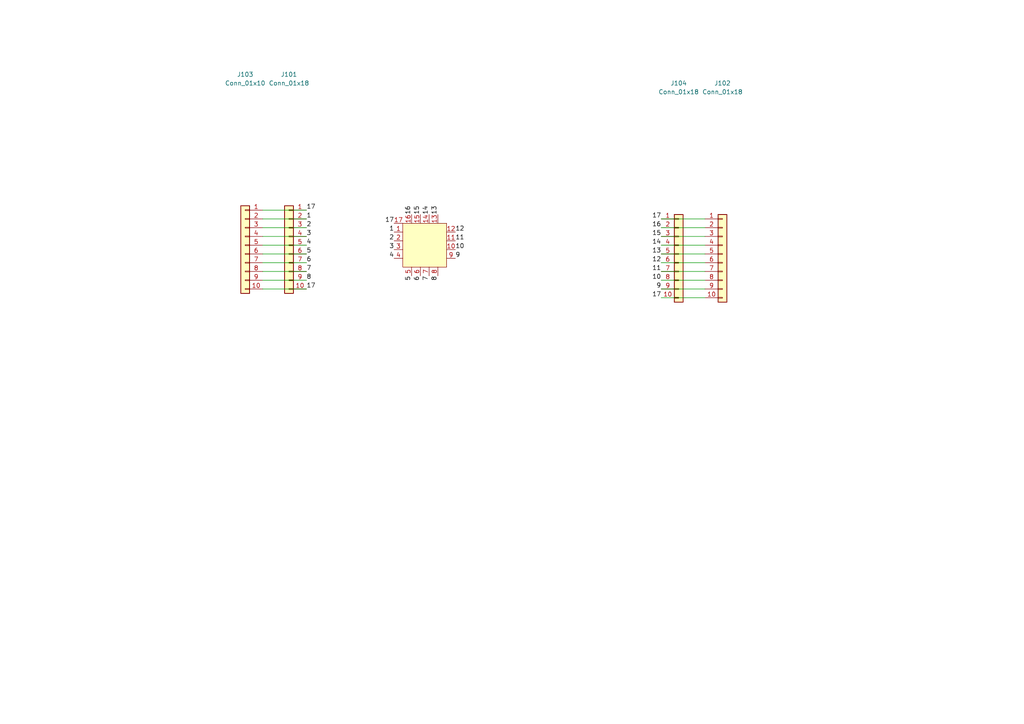
<source format=kicad_sch>
(kicad_sch (version 20250114) (generator "eeschema") (generator_version "9.0")
  (paper "A4")
  (lib_symbols
    (symbol "Connector_Generic:Conn_01x10" (pin_names (offset 1.016) (hide yes))
      (property "Reference" "J" (at 0 12.7 0))
      (property "Value" "Conn_01x10" (at 0 -15.24 0))
      (symbol "Conn_01x10_1_1"
        (rectangle (start -1.27 11.43) (end 1.27 -13.97) (stroke (width 0.254)) (fill (type background)))
        (rectangle (start -1.27 10.287) (end 0 10.033) (stroke (width 0.1524)))
        (rectangle (start -1.27 7.747) (end 0 7.493) (stroke (width 0.1524)))
        (rectangle (start -1.27 5.207) (end 0 4.953) (stroke (width 0.1524)))
        (rectangle (start -1.27 2.667) (end 0 2.413) (stroke (width 0.1524)))
        (rectangle (start -1.27 0.127) (end 0 -0.127) (stroke (width 0.1524)))
        (rectangle (start -1.27 -2.413) (end 0 -2.667) (stroke (width 0.1524)))
        (rectangle (start -1.27 -4.953) (end 0 -5.207) (stroke (width 0.1524)))
        (rectangle (start -1.27 -7.493) (end 0 -7.747) (stroke (width 0.1524)))
        (rectangle (start -1.27 -10.033) (end 0 -10.287) (stroke (width 0.1524)))
        (rectangle (start -1.27 -12.573) (end 0 -12.827) (stroke (width 0.1524)))
        (pin passive line (at -5.08 10.16 0) (length 3.81) (name "Pin_1") (number "1"))
        (pin passive line (at -5.08 7.62 0) (length 3.81) (name "Pin_2") (number "2"))
        (pin passive line (at -5.08 5.08 0) (length 3.81) (name "Pin_3") (number "3"))
        (pin passive line (at -5.08 2.54 0) (length 3.81) (name "Pin_4") (number "4"))
        (pin passive line (at -5.08 0 0) (length 3.81) (name "Pin_5") (number "5"))
        (pin passive line (at -5.08 -2.54 0) (length 3.81) (name "Pin_6") (number "6"))
        (pin passive line (at -5.08 -5.08 0) (length 3.81) (name "Pin_7") (number "7"))
        (pin passive line (at -5.08 -7.62 0) (length 3.81) (name "Pin_8") (number "8"))
        (pin passive line (at -5.08 -10.16 0) (length 3.81) (name "Pin_9") (number "9"))
        (pin passive line (at -5.08 -12.7 0) (length 3.81) (name "Pin_10") (number "10"))
      )
    )
    (symbol "Interface_Ethernet:VSC8541XMV-0x"
      (symbol "VSC8541XMV-0x_0_0"
        (pin unspecified line (at -24.13 22.86 0) (length 2.54) (name "") (number "17"))
        (pin unspecified line (at -24.13 20.32 0) (length 2.54) (name "") (number "1"))
        (pin unspecified line (at -24.13 17.78 0) (length 2.54) (name "") (number "2"))
        (pin unspecified line (at -24.13 15.24 0) (length 2.54) (name "") (number "3"))
        (pin unspecified line (at -24.13 12.7 0) (length 2.54) (name "") (number "4"))
        (pin unspecified line (at -19.05 25.4 270) (length 2.54) (name "") (number "16"))
        (pin unspecified line (at -19.05 7.62 90) (length 2.54) (name "") (number "5"))
        (pin unspecified line (at -16.51 25.4 270) (length 2.54) (name "") (number "15"))
        (pin unspecified line (at -16.51 7.62 90) (length 2.54) (name "") (number "6"))
        (pin unspecified line (at -13.97 25.4 270) (length 2.54) (name "") (number "14"))
        (pin unspecified line (at -13.97 7.62 90) (length 2.54) (name "") (number "7"))
        (pin unspecified line (at -11.43 25.4 270) (length 2.54) (name "") (number "13"))
        (pin unspecified line (at -11.43 7.62 90) (length 2.54) (name "") (number "8"))
        (pin unspecified line (at -6.35 20.32 180) (length 2.54) (name "") (number "12"))
        (pin unspecified line (at -6.35 17.78 180) (length 2.54) (name "") (number "11"))
        (pin unspecified line (at -6.35 15.24 180) (length 2.54) (name "") (number "10"))
        (pin unspecified line (at -6.35 12.7 180) (length 2.54) (name "") (number "9"))
      )
      (symbol "VSC8541XMV-0x_1_1"
        (rectangle (start -21.59 22.86) (end -8.89 10.16) (fill (type background)))
      )
    )
  )
  (wire (pts (xy 204.47 66.04) (xy 191.77 66.04)))
  (wire (pts (xy 76.2 60.96) (xy 88.9 60.96)))
  (wire (pts (xy 76.2 71.12) (xy 88.9 71.12)))
  (wire (pts (xy 204.47 81.28) (xy 191.77 81.28)))
  (wire (pts (xy 76.2 63.5) (xy 88.9 63.5)))
  (wire (pts (xy 76.2 66.04) (xy 88.9 66.04)))
  (wire (pts (xy 204.47 78.74) (xy 191.77 78.74)))
  (wire (pts (xy 204.47 76.2) (xy 191.77 76.2)))
  (wire (pts (xy 76.2 83.82) (xy 88.9 83.82)))
  (wire (pts (xy 204.47 73.66) (xy 191.77 73.66)))
  (wire (pts (xy 76.2 81.28) (xy 88.9 81.28)))
  (wire (pts (xy 204.47 63.5) (xy 191.77 63.5)))
  (wire (pts (xy 76.2 68.58) (xy 88.9 68.58)))
  (wire (pts (xy 204.47 71.12) (xy 191.77 71.12)))
  (wire (pts (xy 76.2 78.74) (xy 88.9 78.74)))
  (wire (pts (xy 204.47 83.82) (xy 191.77 83.82)))
  (wire (pts (xy 204.47 86.36) (xy 191.77 86.36)))
  (wire (pts (xy 76.2 76.2) (xy 88.9 76.2)))
  (wire (pts (xy 204.47 68.58) (xy 191.77 68.58)))
  (wire (pts (xy 76.2 73.66) (xy 88.9 73.66)))
  (label "17" (at 88.9 60.96 0))
  (label "16" (at 191.77 66.04 180))
  (label "3" (at 88.9 68.58 0))
  (label "17" (at 191.77 86.36 180))
  (label "8" (at 88.9 81.28 0))
  (label "4" (at 88.9 71.12 0))
  (label "7" (at 88.9 78.74 0))
  (label "11" (at 191.77 78.74 180))
  (label "9" (at 191.77 83.82 180))
  (label "2" (at 88.9 66.04 0))
  (label "14" (at 191.77 71.12 180))
  (label "17" (at 88.9 83.82 0))
  (label "1" (at 88.9 63.5 0))
  (label "3" (at 114.3 72.39 180))
  (label "1" (at 114.3 67.31 180))
  (label "2" (at 114.3 69.85 180))
  (label "4" (at 114.3 74.93 180))
  (label "5" (at 119.38 80.01 270))
  (label "6" (at 121.92 80.01 270))
  (label "7" (at 124.46 80.01 270))
  (label "8" (at 127 80.01 270))
  (label "10" (at 132.08 72.39 0))
  (label "11" (at 132.08 69.85 0))
  (label "12" (at 132.08 67.31 0))
  (label "9" (at 132.08 74.93 0))
  (label "13" (at 127 62.23 90))
  (label "14" (at 124.46 62.23 90))
  (label "15" (at 121.92 62.23 90))
  (label "16" (at 119.38 62.23 90))
  (label "17" (at 114.3 64.77 180))
  (label "17" (at 191.77 63.5 180))
  (label "15" (at 191.77 68.58 180))
  (label "5" (at 88.9 73.66 0))
  (label "10" (at 191.77 81.28 180))
  (label "6" (at 88.9 76.2 0))
  (label "13" (at 191.77 73.66 180))
  (label "12" (at 191.77 76.2 180))
  (symbol (lib_id "Interface_Ethernet:VSC8541XMV-0x") (at 138.43 87.63 0) (unit 1)
    (property "Reference" "U101" (effects (hide yes)))
    (property "Value" "QFN-16" (effects (hide yes)))
    (property "Footprint" "Package_DFN_QFN:QFN-16-1EP_3x3mm_P0.5mm_EP1.7x1.7mm_ThermalVias" (effects (hide yes)))
  )
  (symbol (lib_id "Connector_Generic:Conn_01x10") (at 196.85 73.66 0) (unit 1)
    (property "Reference" "J104" (at 196.85 24.13 0))
    (property "Value" "Conn_01x18" (at 196.85 26.67 0))
    (property "Footprint" "Connector_PinHeader_2.54mm:PinHeader_1x10_P2.54mm_Vertical_SMD_Pin1Right" (effects (hide yes)))
    (property "Description" "Generic connector, single row, 01x10, script generated (kicad-library-utils/schlib/autogen/connector/)" (effects (hide yes)))
  )
  (symbol (lib_id "Connector_Generic:Conn_01x10") (at 83.82 71.12 0) (mirror y) (unit 1)
    (property "Reference" "J101" (at 83.82 21.59 0))
    (property "Value" "Conn_01x18" (at 83.82 24.13 0))
    (property "Footprint" "Connector_PinHeader_2.54mm:PinHeader_1x10_P2.54mm_Vertical_SMD_Pin1Left" (effects (hide yes)))
    (property "Description" "Generic connector, single row, 01x10, script generated (kicad-library-utils/schlib/autogen/connector/)" (effects (hide yes)))
  )
  (symbol (lib_id "Connector_Generic:Conn_01x10") (at 209.55 73.66 0) (unit 1)
    (property "Reference" "J102" (at 209.55 24.13 0))
    (property "Value" "Conn_01x18" (at 209.55 26.67 0))
    (property "Footprint" "Connector_PinHeader_2.54mm:PinHeader_1x10_P2.54mm_Vertical" (effects (hide yes)))
    (property "Description" "Generic connector, single row, 01x10, script generated (kicad-library-utils/schlib/autogen/connector/)" (effects (hide yes)))
  )
  (symbol (lib_id "Connector_Generic:Conn_01x10") (at 71.12 71.12 0) (mirror y) (unit 1)
    (property "Reference" "J103" (at 71.12 21.59 0))
    (property "Value" "Conn_01x10" (at 71.12 24.13 0))
    (property "Footprint" "Connector_PinHeader_2.54mm:PinHeader_1x10_P2.54mm_Vertical" (effects (hide yes)))
    (property "Description" "Generic connector, single row, 01x10, script generated (kicad-library-utils/schlib/autogen/connector/)" (effects (hide yes)))
  )
)
</source>
